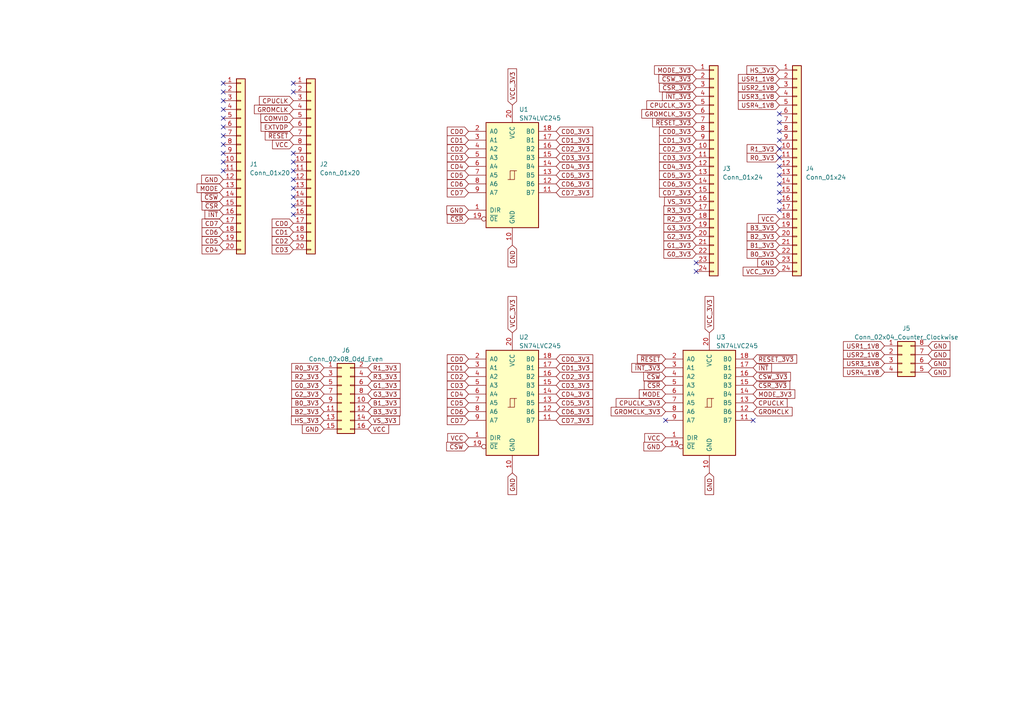
<source format=kicad_sch>
(kicad_sch (version 20230121) (generator eeschema)
  (paper "A4")
  (lib_symbols
    (symbol "Connector_Generic:Conn_01x20" (pin_names (offset 1.016) hide)
      (property "Reference" "J" (at 0 25.4 0))
      (property "Value" "Conn_01x20" (at 0 -27.94 0))
      (symbol "Conn_01x20_1_1"
        (rectangle (start -1.27 -25.273) (end 0 -25.527) (stroke (width 0.1524)))
        (rectangle (start -1.27 -22.733) (end 0 -22.987) (stroke (width 0.1524)))
        (rectangle (start -1.27 -20.193) (end 0 -20.447) (stroke (width 0.1524)))
        (rectangle (start -1.27 -17.653) (end 0 -17.907) (stroke (width 0.1524)))
        (rectangle (start -1.27 -15.113) (end 0 -15.367) (stroke (width 0.1524)))
        (rectangle (start -1.27 -12.573) (end 0 -12.827) (stroke (width 0.1524)))
        (rectangle (start -1.27 -10.033) (end 0 -10.287) (stroke (width 0.1524)))
        (rectangle (start -1.27 -7.493) (end 0 -7.747) (stroke (width 0.1524)))
        (rectangle (start -1.27 -4.953) (end 0 -5.207) (stroke (width 0.1524)))
        (rectangle (start -1.27 -2.413) (end 0 -2.667) (stroke (width 0.1524)))
        (rectangle (start -1.27 0.127) (end 0 -0.127) (stroke (width 0.1524)))
        (rectangle (start -1.27 2.667) (end 0 2.413) (stroke (width 0.1524)))
        (rectangle (start -1.27 5.207) (end 0 4.953) (stroke (width 0.1524)))
        (rectangle (start -1.27 7.747) (end 0 7.493) (stroke (width 0.1524)))
        (rectangle (start -1.27 10.287) (end 0 10.033) (stroke (width 0.1524)))
        (rectangle (start -1.27 12.827) (end 0 12.573) (stroke (width 0.1524)))
        (rectangle (start -1.27 15.367) (end 0 15.113) (stroke (width 0.1524)))
        (rectangle (start -1.27 17.907) (end 0 17.653) (stroke (width 0.1524)))
        (rectangle (start -1.27 20.447) (end 0 20.193) (stroke (width 0.1524)))
        (rectangle (start -1.27 22.987) (end 0 22.733) (stroke (width 0.1524)))
        (rectangle (start -1.27 24.13) (end 1.27 -26.67) (stroke (width 0.254)) (fill (type background)))
        (pin passive line (at -5.08 22.86 0) (length 3.81) (name "Pin_1") (number "1"))
        (pin passive line (at -5.08 0 0) (length 3.81) (name "Pin_10") (number "10"))
        (pin passive line (at -5.08 -2.54 0) (length 3.81) (name "Pin_11") (number "11"))
        (pin passive line (at -5.08 -5.08 0) (length 3.81) (name "Pin_12") (number "12"))
        (pin passive line (at -5.08 -7.62 0) (length 3.81) (name "Pin_13") (number "13"))
        (pin passive line (at -5.08 -10.16 0) (length 3.81) (name "Pin_14") (number "14"))
        (pin passive line (at -5.08 -12.7 0) (length 3.81) (name "Pin_15") (number "15"))
        (pin passive line (at -5.08 -15.24 0) (length 3.81) (name "Pin_16") (number "16"))
        (pin passive line (at -5.08 -17.78 0) (length 3.81) (name "Pin_17") (number "17"))
        (pin passive line (at -5.08 -20.32 0) (length 3.81) (name "Pin_18") (number "18"))
        (pin passive line (at -5.08 -22.86 0) (length 3.81) (name "Pin_19") (number "19"))
        (pin passive line (at -5.08 20.32 0) (length 3.81) (name "Pin_2") (number "2"))
        (pin passive line (at -5.08 -25.4 0) (length 3.81) (name "Pin_20") (number "20"))
        (pin passive line (at -5.08 17.78 0) (length 3.81) (name "Pin_3") (number "3"))
        (pin passive line (at -5.08 15.24 0) (length 3.81) (name "Pin_4") (number "4"))
        (pin passive line (at -5.08 12.7 0) (length 3.81) (name "Pin_5") (number "5"))
        (pin passive line (at -5.08 10.16 0) (length 3.81) (name "Pin_6") (number "6"))
        (pin passive line (at -5.08 7.62 0) (length 3.81) (name "Pin_7") (number "7"))
        (pin passive line (at -5.08 5.08 0) (length 3.81) (name "Pin_8") (number "8"))
        (pin passive line (at -5.08 2.54 0) (length 3.81) (name "Pin_9") (number "9"))
      )
    )
    (symbol "Connector_Generic:Conn_01x24" (pin_names (offset 1.016) hide)
      (property "Reference" "J" (at 0 30.48 0))
      (property "Value" "Conn_01x24" (at 0 -33.02 0))
      (symbol "Conn_01x24_1_1"
        (rectangle (start -1.27 -30.353) (end 0 -30.607) (stroke (width 0.1524)))
        (rectangle (start -1.27 -27.813) (end 0 -28.067) (stroke (width 0.1524)))
        (rectangle (start -1.27 -25.273) (end 0 -25.527) (stroke (width 0.1524)))
        (rectangle (start -1.27 -22.733) (end 0 -22.987) (stroke (width 0.1524)))
        (rectangle (start -1.27 -20.193) (end 0 -20.447) (stroke (width 0.1524)))
        (rectangle (start -1.27 -17.653) (end 0 -17.907) (stroke (width 0.1524)))
        (rectangle (start -1.27 -15.113) (end 0 -15.367) (stroke (width 0.1524)))
        (rectangle (start -1.27 -12.573) (end 0 -12.827) (stroke (width 0.1524)))
        (rectangle (start -1.27 -10.033) (end 0 -10.287) (stroke (width 0.1524)))
        (rectangle (start -1.27 -7.493) (end 0 -7.747) (stroke (width 0.1524)))
        (rectangle (start -1.27 -4.953) (end 0 -5.207) (stroke (width 0.1524)))
        (rectangle (start -1.27 -2.413) (end 0 -2.667) (stroke (width 0.1524)))
        (rectangle (start -1.27 0.127) (end 0 -0.127) (stroke (width 0.1524)))
        (rectangle (start -1.27 2.667) (end 0 2.413) (stroke (width 0.1524)))
        (rectangle (start -1.27 5.207) (end 0 4.953) (stroke (width 0.1524)))
        (rectangle (start -1.27 7.747) (end 0 7.493) (stroke (width 0.1524)))
        (rectangle (start -1.27 10.287) (end 0 10.033) (stroke (width 0.1524)))
        (rectangle (start -1.27 12.827) (end 0 12.573) (stroke (width 0.1524)))
        (rectangle (start -1.27 15.367) (end 0 15.113) (stroke (width 0.1524)))
        (rectangle (start -1.27 17.907) (end 0 17.653) (stroke (width 0.1524)))
        (rectangle (start -1.27 20.447) (end 0 20.193) (stroke (width 0.1524)))
        (rectangle (start -1.27 22.987) (end 0 22.733) (stroke (width 0.1524)))
        (rectangle (start -1.27 25.527) (end 0 25.273) (stroke (width 0.1524)))
        (rectangle (start -1.27 28.067) (end 0 27.813) (stroke (width 0.1524)))
        (rectangle (start -1.27 29.21) (end 1.27 -31.75) (stroke (width 0.254)) (fill (type background)))
        (pin passive line (at -5.08 27.94 0) (length 3.81) (name "Pin_1") (number "1"))
        (pin passive line (at -5.08 5.08 0) (length 3.81) (name "Pin_10") (number "10"))
        (pin passive line (at -5.08 2.54 0) (length 3.81) (name "Pin_11") (number "11"))
        (pin passive line (at -5.08 0 0) (length 3.81) (name "Pin_12") (number "12"))
        (pin passive line (at -5.08 -2.54 0) (length 3.81) (name "Pin_13") (number "13"))
        (pin passive line (at -5.08 -5.08 0) (length 3.81) (name "Pin_14") (number "14"))
        (pin passive line (at -5.08 -7.62 0) (length 3.81) (name "Pin_15") (number "15"))
        (pin passive line (at -5.08 -10.16 0) (length 3.81) (name "Pin_16") (number "16"))
        (pin passive line (at -5.08 -12.7 0) (length 3.81) (name "Pin_17") (number "17"))
        (pin passive line (at -5.08 -15.24 0) (length 3.81) (name "Pin_18") (number "18"))
        (pin passive line (at -5.08 -17.78 0) (length 3.81) (name "Pin_19") (number "19"))
        (pin passive line (at -5.08 25.4 0) (length 3.81) (name "Pin_2") (number "2"))
        (pin passive line (at -5.08 -20.32 0) (length 3.81) (name "Pin_20") (number "20"))
        (pin passive line (at -5.08 -22.86 0) (length 3.81) (name "Pin_21") (number "21"))
        (pin passive line (at -5.08 -25.4 0) (length 3.81) (name "Pin_22") (number "22"))
        (pin passive line (at -5.08 -27.94 0) (length 3.81) (name "Pin_23") (number "23"))
        (pin passive line (at -5.08 -30.48 0) (length 3.81) (name "Pin_24") (number "24"))
        (pin passive line (at -5.08 22.86 0) (length 3.81) (name "Pin_3") (number "3"))
        (pin passive line (at -5.08 20.32 0) (length 3.81) (name "Pin_4") (number "4"))
        (pin passive line (at -5.08 17.78 0) (length 3.81) (name "Pin_5") (number "5"))
        (pin passive line (at -5.08 15.24 0) (length 3.81) (name "Pin_6") (number "6"))
        (pin passive line (at -5.08 12.7 0) (length 3.81) (name "Pin_7") (number "7"))
        (pin passive line (at -5.08 10.16 0) (length 3.81) (name "Pin_8") (number "8"))
        (pin passive line (at -5.08 7.62 0) (length 3.81) (name "Pin_9") (number "9"))
      )
    )
    (symbol "Connector_Generic:Conn_02x04_Counter_Clockwise" (pin_names (offset 1.016) hide)
      (property "Reference" "J" (at 1.27 5.08 0))
      (property "Value" "Conn_02x04_Counter_Clockwise" (at 1.27 -7.62 0))
      (symbol "Conn_02x04_Counter_Clockwise_1_1"
        (rectangle (start -1.27 -4.953) (end 0 -5.207) (stroke (width 0.1524)))
        (rectangle (start -1.27 -2.413) (end 0 -2.667) (stroke (width 0.1524)))
        (rectangle (start -1.27 0.127) (end 0 -0.127) (stroke (width 0.1524)))
        (rectangle (start -1.27 2.667) (end 0 2.413) (stroke (width 0.1524)))
        (rectangle (start -1.27 3.81) (end 3.81 -6.35) (stroke (width 0.254)) (fill (type background)))
        (rectangle (start 3.81 -4.953) (end 2.54 -5.207) (stroke (width 0.1524)))
        (rectangle (start 3.81 -2.413) (end 2.54 -2.667) (stroke (width 0.1524)))
        (rectangle (start 3.81 0.127) (end 2.54 -0.127) (stroke (width 0.1524)))
        (rectangle (start 3.81 2.667) (end 2.54 2.413) (stroke (width 0.1524)))
        (pin passive line (at -5.08 2.54 0) (length 3.81) (name "Pin_1") (number "1"))
        (pin passive line (at -5.08 0 0) (length 3.81) (name "Pin_2") (number "2"))
        (pin passive line (at -5.08 -2.54 0) (length 3.81) (name "Pin_3") (number "3"))
        (pin passive line (at -5.08 -5.08 0) (length 3.81) (name "Pin_4") (number "4"))
        (pin passive line (at 7.62 -5.08 180) (length 3.81) (name "Pin_5") (number "5"))
        (pin passive line (at 7.62 -2.54 180) (length 3.81) (name "Pin_6") (number "6"))
        (pin passive line (at 7.62 0 180) (length 3.81) (name "Pin_7") (number "7"))
        (pin passive line (at 7.62 2.54 180) (length 3.81) (name "Pin_8") (number "8"))
      )
    )
    (symbol "Connector_Generic:Conn_02x08_Odd_Even" (pin_names (offset 1.016) hide)
      (property "Reference" "J" (at 1.27 10.16 0))
      (property "Value" "Conn_02x08_Odd_Even" (at 1.27 -12.7 0))
      (symbol "Conn_02x08_Odd_Even_1_1"
        (rectangle (start -1.27 -10.033) (end 0 -10.287) (stroke (width 0.1524)))
        (rectangle (start -1.27 -7.493) (end 0 -7.747) (stroke (width 0.1524)))
        (rectangle (start -1.27 -4.953) (end 0 -5.207) (stroke (width 0.1524)))
        (rectangle (start -1.27 -2.413) (end 0 -2.667) (stroke (width 0.1524)))
        (rectangle (start -1.27 0.127) (end 0 -0.127) (stroke (width 0.1524)))
        (rectangle (start -1.27 2.667) (end 0 2.413) (stroke (width 0.1524)))
        (rectangle (start -1.27 5.207) (end 0 4.953) (stroke (width 0.1524)))
        (rectangle (start -1.27 7.747) (end 0 7.493) (stroke (width 0.1524)))
        (rectangle (start -1.27 8.89) (end 3.81 -11.43) (stroke (width 0.254)) (fill (type background)))
        (rectangle (start 3.81 -10.033) (end 2.54 -10.287) (stroke (width 0.1524)))
        (rectangle (start 3.81 -7.493) (end 2.54 -7.747) (stroke (width 0.1524)))
        (rectangle (start 3.81 -4.953) (end 2.54 -5.207) (stroke (width 0.1524)))
        (rectangle (start 3.81 -2.413) (end 2.54 -2.667) (stroke (width 0.1524)))
        (rectangle (start 3.81 0.127) (end 2.54 -0.127) (stroke (width 0.1524)))
        (rectangle (start 3.81 2.667) (end 2.54 2.413) (stroke (width 0.1524)))
        (rectangle (start 3.81 5.207) (end 2.54 4.953) (stroke (width 0.1524)))
        (rectangle (start 3.81 7.747) (end 2.54 7.493) (stroke (width 0.1524)))
        (pin passive line (at -5.08 7.62 0) (length 3.81) (name "Pin_1") (number "1"))
        (pin passive line (at 7.62 -2.54 180) (length 3.81) (name "Pin_10") (number "10"))
        (pin passive line (at -5.08 -5.08 0) (length 3.81) (name "Pin_11") (number "11"))
        (pin passive line (at 7.62 -5.08 180) (length 3.81) (name "Pin_12") (number "12"))
        (pin passive line (at -5.08 -7.62 0) (length 3.81) (name "Pin_13") (number "13"))
        (pin passive line (at 7.62 -7.62 180) (length 3.81) (name "Pin_14") (number "14"))
        (pin passive line (at -5.08 -10.16 0) (length 3.81) (name "Pin_15") (number "15"))
        (pin passive line (at 7.62 -10.16 180) (length 3.81) (name "Pin_16") (number "16"))
        (pin passive line (at 7.62 7.62 180) (length 3.81) (name "Pin_2") (number "2"))
        (pin passive line (at -5.08 5.08 0) (length 3.81) (name "Pin_3") (number "3"))
        (pin passive line (at 7.62 5.08 180) (length 3.81) (name "Pin_4") (number "4"))
        (pin passive line (at -5.08 2.54 0) (length 3.81) (name "Pin_5") (number "5"))
        (pin passive line (at 7.62 2.54 180) (length 3.81) (name "Pin_6") (number "6"))
        (pin passive line (at -5.08 0 0) (length 3.81) (name "Pin_7") (number "7"))
        (pin passive line (at 7.62 0 180) (length 3.81) (name "Pin_8") (number "8"))
        (pin passive line (at -5.08 -2.54 0) (length 3.81) (name "Pin_9") (number "9"))
      )
    )
    (symbol "tms9118a_sym:SN74LVC245" (pin_names (offset 1.016))
      (property "Reference" "U" (at -7.62 16.51 0))
      (property "Value" "SN74LVC245" (at 7.62 16.51 0))
      (symbol "SN74LVC245_1_0"
        (polyline (pts (xy -0.635 -1.27) (xy -0.635 1.27) (xy 0.635 1.27)))
        (polyline (pts (xy -1.27 -1.27) (xy 0.635 -1.27) (xy 0.635 1.27) (xy 1.27 1.27)))
        (pin input line (at -12.7 -10.16 0) (length 5.08) (name "DIR") (number "1"))
        (pin power_in line (at 0 -20.32 90) (length 5.08) (name "GND") (number "10"))
        (pin tri_state line (at 12.7 -5.08 180) (length 5.08) (name "B7") (number "11"))
        (pin tri_state line (at 12.7 -2.54 180) (length 5.08) (name "B6") (number "12"))
        (pin tri_state line (at 12.7 0 180) (length 5.08) (name "B5") (number "13"))
        (pin tri_state line (at 12.7 2.54 180) (length 5.08) (name "B4") (number "14"))
        (pin tri_state line (at 12.7 5.08 180) (length 5.08) (name "B3") (number "15"))
        (pin tri_state line (at 12.7 7.62 180) (length 5.08) (name "B2") (number "16"))
        (pin tri_state line (at 12.7 10.16 180) (length 5.08) (name "B1") (number "17"))
        (pin tri_state line (at 12.7 12.7 180) (length 5.08) (name "B0") (number "18"))
        (pin input inverted (at -12.7 -12.7 0) (length 5.08) (name "~{0E}") (number "19"))
        (pin tri_state line (at -12.7 12.7 0) (length 5.08) (name "A0") (number "2"))
        (pin power_in line (at 0 20.32 270) (length 5.08) (name "VCC") (number "20"))
        (pin tri_state line (at -12.7 10.16 0) (length 5.08) (name "A1") (number "3"))
        (pin tri_state line (at -12.7 7.62 0) (length 5.08) (name "A2") (number "4"))
        (pin tri_state line (at -12.7 5.08 0) (length 5.08) (name "A3") (number "5"))
        (pin tri_state line (at -12.7 2.54 0) (length 5.08) (name "A4") (number "6"))
        (pin tri_state line (at -12.7 0 0) (length 5.08) (name "A5") (number "7"))
        (pin tri_state line (at -12.7 -2.54 0) (length 5.08) (name "A6") (number "8"))
        (pin tri_state line (at -12.7 -5.08 0) (length 5.08) (name "A7") (number "9"))
      )
      (symbol "SN74LVC245_1_1"
        (rectangle (start -7.62 15.24) (end 7.62 -15.24) (stroke (width 0.254)) (fill (type background)))
      )
    )
  )
  (no_connect (at 218.44 121.92))
  (no_connect (at 64.77 46.99))
  (no_connect (at 85.09 26.67))
  (no_connect (at 85.09 49.53))
  (no_connect (at 226.06 43.18))
  (no_connect (at 64.77 29.21))
  (no_connect (at 85.09 59.69))
  (no_connect (at 85.09 54.61))
  (no_connect (at 193.04 121.92))
  (no_connect (at 85.09 24.13))
  (no_connect (at 226.06 35.56))
  (no_connect (at 64.77 36.83))
  (no_connect (at 226.06 55.88))
  (no_connect (at 226.06 38.1))
  (no_connect (at 226.06 48.26))
  (no_connect (at 64.77 39.37))
  (no_connect (at 64.77 26.67))
  (no_connect (at 226.06 58.42))
  (no_connect (at 226.06 50.8))
  (no_connect (at 64.77 41.91))
  (no_connect (at 226.06 33.02))
  (no_connect (at 85.09 52.07))
  (no_connect (at 201.93 78.74))
  (no_connect (at 226.06 53.34))
  (no_connect (at 85.09 46.99))
  (no_connect (at 226.06 45.72))
  (no_connect (at 64.77 31.75))
  (no_connect (at 64.77 34.29))
  (no_connect (at 64.77 44.45))
  (no_connect (at 85.09 44.45))
  (no_connect (at 64.77 49.53))
  (no_connect (at 85.09 57.15))
  (no_connect (at 226.06 60.96))
  (no_connect (at 85.09 62.23))
  (no_connect (at 64.77 24.13))
  (no_connect (at 201.93 76.2))
  (no_connect (at 226.06 40.64))
  (global_label "CD6" (shape input) (at 135.89 119.38 180) (property "Intersheetrefs" "${INTERSHEET_REFS}" (effects hide)))
  (global_label "CD5" (shape input) (at 135.89 116.84 180) (property "Intersheetrefs" "${INTERSHEET_REFS}" (effects hide)))
  (global_label "CD7" (shape input) (at 135.89 55.88 180) (property "Intersheetrefs" "${INTERSHEET_REFS}" (effects hide)))
  (global_label "CPUCLK_3V3" (shape input) (at 193.04 116.84 180) (property "Intersheetrefs" "${INTERSHEET_REFS}" (effects hide)))
  (global_label "B1_3V3" (shape input) (at 226.06 71.12 180) (property "Intersheetrefs" "${INTERSHEET_REFS}" (effects hide)))
  (global_label "~{RESET_3V3}" (shape input) (at 201.93 35.56 180) (property "Intersheetrefs" "${INTERSHEET_REFS}" (effects hide)))
  (global_label "GND" (shape input) (at 148.59 137.16 270) (property "Intersheetrefs" "${INTERSHEET_REFS}" (effects hide)))
  (global_label "VCC_3V3" (shape input) (at 148.59 96.52 90) (property "Intersheetrefs" "${INTERSHEET_REFS}" (effects hide)))
  (global_label "B2_3V3" (shape input) (at 93.98 119.38 180) (property "Intersheetrefs" "${INTERSHEET_REFS}" (effects hide)))
  (global_label "G0_3V3" (shape input) (at 201.93 73.66 180) (property "Intersheetrefs" "${INTERSHEET_REFS}" (effects hide)))
  (global_label "CD6_3V3" (shape input) (at 161.29 53.34 0) (property "Intersheetrefs" "${INTERSHEET_REFS}" (effects hide)))
  (global_label "GROMCLK_3V3" (shape input) (at 201.93 33.02 180) (property "Intersheetrefs" "${INTERSHEET_REFS}" (effects hide)))
  (global_label "VCC_3V3" (shape input) (at 226.06 78.74 180) (property "Intersheetrefs" "${INTERSHEET_REFS}" (effects hide)))
  (global_label "GND" (shape input) (at 193.04 129.54 180) (property "Intersheetrefs" "${INTERSHEET_REFS}" (effects hide)))
  (global_label "GND" (shape input) (at 64.77 52.07 180) (property "Intersheetrefs" "${INTERSHEET_REFS}" (effects hide)))
  (global_label "GND" (shape input) (at 269.24 105.41 0) (property "Intersheetrefs" "${INTERSHEET_REFS}" (effects hide)))
  (global_label "~{CSR}" (shape input) (at 193.04 111.76 180) (property "Intersheetrefs" "${INTERSHEET_REFS}" (effects hide)))
  (global_label "GND" (shape input) (at 148.59 71.12 270) (property "Intersheetrefs" "${INTERSHEET_REFS}" (effects hide)))
  (global_label "CD7_3V3" (shape input) (at 201.93 55.88 180) (property "Intersheetrefs" "${INTERSHEET_REFS}" (effects hide)))
  (global_label "B0_3V3" (shape input) (at 226.06 73.66 180) (property "Intersheetrefs" "${INTERSHEET_REFS}" (effects hide)))
  (global_label "CD4" (shape input) (at 135.89 48.26 180) (property "Intersheetrefs" "${INTERSHEET_REFS}" (effects hide)))
  (global_label "~{CSW}" (shape input) (at 64.77 57.15 180) (property "Intersheetrefs" "${INTERSHEET_REFS}" (effects hide)))
  (global_label "R1_3V3" (shape input) (at 106.68 106.68 0) (property "Intersheetrefs" "${INTERSHEET_REFS}" (effects hide)))
  (global_label "GROMCLK" (shape input) (at 218.44 119.38 0) (property "Intersheetrefs" "${INTERSHEET_REFS}" (effects hide)))
  (global_label "~{CSR}" (shape input) (at 64.77 59.69 180) (property "Intersheetrefs" "${INTERSHEET_REFS}" (effects hide)))
  (global_label "CD2" (shape input) (at 135.89 43.18 180) (property "Intersheetrefs" "${INTERSHEET_REFS}" (effects hide)))
  (global_label "CD0_3V3" (shape input) (at 201.93 38.1 180) (property "Intersheetrefs" "${INTERSHEET_REFS}" (effects hide)))
  (global_label "~{CSR}" (shape input) (at 135.89 63.5 180) (property "Intersheetrefs" "${INTERSHEET_REFS}" (effects hide)))
  (global_label "VCC_3V3" (shape input) (at 148.59 30.48 90) (property "Intersheetrefs" "${INTERSHEET_REFS}" (effects hide)))
  (global_label "CPUCLK_3V3" (shape input) (at 201.93 30.48 180) (property "Intersheetrefs" "${INTERSHEET_REFS}" (effects hide)))
  (global_label "VCC" (shape input) (at 226.06 63.5 180) (property "Intersheetrefs" "${INTERSHEET_REFS}" (effects hide)))
  (global_label "CD1_3V3" (shape input) (at 161.29 106.68 0) (property "Intersheetrefs" "${INTERSHEET_REFS}" (effects hide)))
  (global_label "CD0_3V3" (shape input) (at 161.29 104.14 0) (property "Intersheetrefs" "${INTERSHEET_REFS}" (effects hide)))
  (global_label "R1_3V3" (shape input) (at 226.06 43.18 180) (property "Intersheetrefs" "${INTERSHEET_REFS}" (effects hide)))
  (global_label "USR1_1V8" (shape input) (at 256.54 100.33 180) (property "Intersheetrefs" "${INTERSHEET_REFS}" (effects hide)))
  (global_label "MODE" (shape input) (at 64.77 54.61 180) (property "Intersheetrefs" "${INTERSHEET_REFS}" (effects hide)))
  (global_label "R2_3V3" (shape input) (at 201.93 63.5 180) (property "Intersheetrefs" "${INTERSHEET_REFS}" (effects hide)))
  (global_label "CD0" (shape input) (at 135.89 38.1 180) (property "Intersheetrefs" "${INTERSHEET_REFS}" (effects hide)))
  (global_label "~{CSR_3V3}" (shape input) (at 201.93 25.4 180) (property "Intersheetrefs" "${INTERSHEET_REFS}" (effects hide)))
  (global_label "~{CSW}" (shape input) (at 135.89 129.54 180) (property "Intersheetrefs" "${INTERSHEET_REFS}" (effects hide)))
  (global_label "CD3" (shape input) (at 135.89 111.76 180) (property "Intersheetrefs" "${INTERSHEET_REFS}" (effects hide)))
  (global_label "GND" (shape input) (at 205.74 137.16 270) (property "Intersheetrefs" "${INTERSHEET_REFS}" (effects hide)))
  (global_label "GND" (shape input) (at 226.06 76.2 180) (property "Intersheetrefs" "${INTERSHEET_REFS}" (effects hide)))
  (global_label "GROMCLK" (shape input) (at 85.09 31.75 180) (property "Intersheetrefs" "${INTERSHEET_REFS}" (effects hide)))
  (global_label "CD3_3V3" (shape input) (at 201.93 45.72 180) (property "Intersheetrefs" "${INTERSHEET_REFS}" (effects hide)))
  (global_label "G3_3V3" (shape input) (at 106.68 114.3 0) (property "Intersheetrefs" "${INTERSHEET_REFS}" (effects hide)))
  (global_label "CD0" (shape input) (at 135.89 104.14 180) (property "Intersheetrefs" "${INTERSHEET_REFS}" (effects hide)))
  (global_label "CD2" (shape input) (at 85.09 69.85 180) (property "Intersheetrefs" "${INTERSHEET_REFS}" (effects hide)))
  (global_label "CD3_3V3" (shape input) (at 161.29 45.72 0) (property "Intersheetrefs" "${INTERSHEET_REFS}" (effects hide)))
  (global_label "B3_3V3" (shape input) (at 226.06 66.04 180) (property "Intersheetrefs" "${INTERSHEET_REFS}" (effects hide)))
  (global_label "VCC" (shape input) (at 193.04 127 180) (property "Intersheetrefs" "${INTERSHEET_REFS}" (effects hide)))
  (global_label "GND" (shape input) (at 269.24 100.33 0) (property "Intersheetrefs" "${INTERSHEET_REFS}" (effects hide)))
  (global_label "~{INT}" (shape input) (at 64.77 62.23 180) (property "Intersheetrefs" "${INTERSHEET_REFS}" (effects hide)))
  (global_label "CD5" (shape input) (at 64.77 69.85 180) (property "Intersheetrefs" "${INTERSHEET_REFS}" (effects hide)))
  (global_label "CD7" (shape input) (at 64.77 64.77 180) (property "Intersheetrefs" "${INTERSHEET_REFS}" (effects hide)))
  (global_label "VCC" (shape input) (at 85.09 41.91 180) (property "Intersheetrefs" "${INTERSHEET_REFS}" (effects hide)))
  (global_label "CD3" (shape input) (at 135.89 45.72 180) (property "Intersheetrefs" "${INTERSHEET_REFS}" (effects hide)))
  (global_label "CD7" (shape input) (at 135.89 121.92 180) (property "Intersheetrefs" "${INTERSHEET_REFS}" (effects hide)))
  (global_label "~{INT}" (shape input) (at 218.44 106.68 0) (property "Intersheetrefs" "${INTERSHEET_REFS}" (effects hide)))
  (global_label "CD6" (shape input) (at 64.77 67.31 180) (property "Intersheetrefs" "${INTERSHEET_REFS}" (effects hide)))
  (global_label "USR3_1V8" (shape input) (at 226.06 27.94 180) (property "Intersheetrefs" "${INTERSHEET_REFS}" (effects hide)))
  (global_label "CD5" (shape input) (at 135.89 50.8 180) (property "Intersheetrefs" "${INTERSHEET_REFS}" (effects hide)))
  (global_label "CD4" (shape input) (at 135.89 114.3 180) (property "Intersheetrefs" "${INTERSHEET_REFS}" (effects hide)))
  (global_label "VCC" (shape input) (at 135.89 127 180) (property "Intersheetrefs" "${INTERSHEET_REFS}" (effects hide)))
  (global_label "G1_3V3" (shape input) (at 106.68 111.76 0) (property "Intersheetrefs" "${INTERSHEET_REFS}" (effects hide)))
  (global_label "R0_3V3" (shape input) (at 93.98 106.68 180) (property "Intersheetrefs" "${INTERSHEET_REFS}" (effects hide)))
  (global_label "CD1_3V3" (shape input) (at 161.29 40.64 0) (property "Intersheetrefs" "${INTERSHEET_REFS}" (effects hide)))
  (global_label "CD4_3V3" (shape input) (at 161.29 114.3 0) (property "Intersheetrefs" "${INTERSHEET_REFS}" (effects hide)))
  (global_label "CD3_3V3" (shape input) (at 161.29 111.76 0) (property "Intersheetrefs" "${INTERSHEET_REFS}" (effects hide)))
  (global_label "G2_3V3" (shape input) (at 201.93 68.58 180) (property "Intersheetrefs" "${INTERSHEET_REFS}" (effects hide)))
  (global_label "CD2" (shape input) (at 135.89 109.22 180) (property "Intersheetrefs" "${INTERSHEET_REFS}" (effects hide)))
  (global_label "VCC_3V3" (shape input) (at 205.74 96.52 90) (property "Intersheetrefs" "${INTERSHEET_REFS}" (effects hide)))
  (global_label "CD1_3V3" (shape input) (at 201.93 40.64 180) (property "Intersheetrefs" "${INTERSHEET_REFS}" (effects hide)))
  (global_label "B3_3V3" (shape input) (at 106.68 119.38 0) (property "Intersheetrefs" "${INTERSHEET_REFS}" (effects hide)))
  (global_label "B1_3V3" (shape input) (at 106.68 116.84 0) (property "Intersheetrefs" "${INTERSHEET_REFS}" (effects hide)))
  (global_label "GND" (shape input) (at 93.98 124.46 180) (property "Intersheetrefs" "${INTERSHEET_REFS}" (effects hide)))
  (global_label "GROMCLK_3V3" (shape input) (at 193.04 119.38 180) (property "Intersheetrefs" "${INTERSHEET_REFS}" (effects hide)))
  (global_label "CD0_3V3" (shape input) (at 161.29 38.1 0) (property "Intersheetrefs" "${INTERSHEET_REFS}" (effects hide)))
  (global_label "CD5_3V3" (shape input) (at 161.29 50.8 0) (property "Intersheetrefs" "${INTERSHEET_REFS}" (effects hide)))
  (global_label "COMVID" (shape input) (at 85.09 34.29 180) (property "Intersheetrefs" "${INTERSHEET_REFS}" (effects hide)))
  (global_label "CD6_3V3" (shape input) (at 161.29 119.38 0) (property "Intersheetrefs" "${INTERSHEET_REFS}" (effects hide)))
  (global_label "USR4_1V8" (shape input) (at 226.06 30.48 180) (property "Intersheetrefs" "${INTERSHEET_REFS}" (effects hide)))
  (global_label "R0_3V3" (shape input) (at 226.06 45.72 180) (property "Intersheetrefs" "${INTERSHEET_REFS}" (effects hide)))
  (global_label "GND" (shape input) (at 135.89 60.96 180) (property "Intersheetrefs" "${INTERSHEET_REFS}" (effects hide)))
  (global_label "MODE_3V3" (shape input) (at 201.93 20.32 180) (property "Intersheetrefs" "${INTERSHEET_REFS}" (effects hide)))
  (global_label "GND" (shape input) (at 269.24 107.95 0) (property "Intersheetrefs" "${INTERSHEET_REFS}" (effects hide)))
  (global_label "G0_3V3" (shape input) (at 93.98 111.76 180) (property "Intersheetrefs" "${INTERSHEET_REFS}" (effects hide)))
  (global_label "CD7_3V3" (shape input) (at 161.29 121.92 0) (property "Intersheetrefs" "${INTERSHEET_REFS}" (effects hide)))
  (global_label "CD3" (shape input) (at 85.09 72.39 180) (property "Intersheetrefs" "${INTERSHEET_REFS}" (effects hide)))
  (global_label "~{RESET}" (shape input) (at 85.09 39.37 180) (property "Intersheetrefs" "${INTERSHEET_REFS}" (effects hide)))
  (global_label "B2_3V3" (shape input) (at 226.06 68.58 180) (property "Intersheetrefs" "${INTERSHEET_REFS}" (effects hide)))
  (global_label "~{RESET}" (shape input) (at 193.04 104.14 180) (property "Intersheetrefs" "${INTERSHEET_REFS}" (effects hide)))
  (global_label "CD6" (shape input) (at 135.89 53.34 180) (property "Intersheetrefs" "${INTERSHEET_REFS}" (effects hide)))
  (global_label "CD4_3V3" (shape input) (at 201.93 48.26 180) (property "Intersheetrefs" "${INTERSHEET_REFS}" (effects hide)))
  (global_label "~{CSW}" (shape input) (at 193.04 109.22 180) (property "Intersheetrefs" "${INTERSHEET_REFS}" (effects hide)))
  (global_label "G2_3V3" (shape input) (at 93.98 114.3 180) (property "Intersheetrefs" "${INTERSHEET_REFS}" (effects hide)))
  (global_label "EXTVDP" (shape input) (at 85.09 36.83 180) (property "Intersheetrefs" "${INTERSHEET_REFS}" (effects hide)))
  (global_label "CPUCLK" (shape input) (at 85.09 29.21 180) (property "Intersheetrefs" "${INTERSHEET_REFS}" (effects hide)))
  (global_label "CD2_3V3" (shape input) (at 161.29 43.18 0) (property "Intersheetrefs" "${INTERSHEET_REFS}" (effects hide)))
  (global_label "USR3_1V8" (shape input) (at 256.54 105.41 180) (property "Intersheetrefs" "${INTERSHEET_REFS}" (effects hide)))
  (global_label "VS_3V3" (shape input) (at 106.68 121.92 0) (property "Intersheetrefs" "${INTERSHEET_REFS}" (effects hide)))
  (global_label "G1_3V3" (shape input) (at 201.93 71.12 180) (property "Intersheetrefs" "${INTERSHEET_REFS}" (effects hide)))
  (global_label "CD1" (shape input) (at 135.89 106.68 180) (property "Intersheetrefs" "${INTERSHEET_REFS}" (effects hide)))
  (global_label "USR1_1V8" (shape input) (at 226.06 22.86 180) (property "Intersheetrefs" "${INTERSHEET_REFS}" (effects hide)))
  (global_label "CD1" (shape input) (at 135.89 40.64 180) (property "Intersheetrefs" "${INTERSHEET_REFS}" (effects hide)))
  (global_label "~{CSW_3V3}" (shape input) (at 201.93 22.86 180) (property "Intersheetrefs" "${INTERSHEET_REFS}" (effects hide)))
  (global_label "CD7_3V3" (shape input) (at 161.29 55.88 0) (property "Intersheetrefs" "${INTERSHEET_REFS}" (effects hide)))
  (global_label "MODE" (shape input) (at 193.04 114.3 180) (property "Intersheetrefs" "${INTERSHEET_REFS}" (effects hide)))
  (global_label "CD4_3V3" (shape input) (at 161.29 48.26 0) (property "Intersheetrefs" "${INTERSHEET_REFS}" (effects hide)))
  (global_label "R3_3V3" (shape input) (at 106.68 109.22 0) (property "Intersheetrefs" "${INTERSHEET_REFS}" (effects hide)))
  (global_label "CD5_3V3" (shape input) (at 161.29 116.84 0) (property "Intersheetrefs" "${INTERSHEET_REFS}" (effects hide)))
  (global_label "CD2_3V3" (shape input) (at 201.93 43.18 180) (property "Intersheetrefs" "${INTERSHEET_REFS}" (effects hide)))
  (global_label "CD1" (shape input) (at 85.09 67.31 180) (property "Intersheetrefs" "${INTERSHEET_REFS}" (effects hide)))
  (global_label "CD4" (shape input) (at 64.77 72.39 180) (property "Intersheetrefs" "${INTERSHEET_REFS}" (effects hide)))
  (global_label "VS_3V3" (shape input) (at 201.93 58.42 180) (property "Intersheetrefs" "${INTERSHEET_REFS}" (effects hide)))
  (global_label "CD6_3V3" (shape input) (at 201.93 53.34 180) (property "Intersheetrefs" "${INTERSHEET_REFS}" (effects hide)))
  (global_label "CPUCLK" (shape input) (at 218.44 116.84 0) (property "Intersheetrefs" "${INTERSHEET_REFS}" (effects hide)))
  (global_label "USR2_1V8" (shape input) (at 226.06 25.4 180) (property "Intersheetrefs" "${INTERSHEET_REFS}" (effects hide)))
  (global_label "MODE_3V3" (shape input) (at 218.44 114.3 0) (property "Intersheetrefs" "${INTERSHEET_REFS}" (effects hide)))
  (global_label "CD0" (shape input) (at 85.09 64.77 180) (property "Intersheetrefs" "${INTERSHEET_REFS}" (effects hide)))
  (global_label "R2_3V3" (shape input) (at 93.98 109.22 180) (property "Intersheetrefs" "${INTERSHEET_REFS}" (effects hide)))
  (global_label "CD5_3V3" (shape input) (at 201.93 50.8 180) (property "Intersheetrefs" "${INTERSHEET_REFS}" (effects hide)))
  (global_label "~{CSW_3V3}" (shape input) (at 218.44 109.22 0) (property "Intersheetrefs" "${INTERSHEET_REFS}" (effects hide)))
  (global_label "USR2_1V8" (shape input) (at 256.54 102.87 180) (property "Intersheetrefs" "${INTERSHEET_REFS}" (effects hide)))
  (global_label "HS_3V3" (shape input) (at 93.98 121.92 180) (property "Intersheetrefs" "${INTERSHEET_REFS}" (effects hide)))
  (global_label "~{INT_3V3}" (shape input) (at 193.04 106.68 180) (property "Intersheetrefs" "${INTERSHEET_REFS}" (effects hide)))
  (global_label "G3_3V3" (shape input) (at 201.93 66.04 180) (property "Intersheetrefs" "${INTERSHEET_REFS}" (effects hide)))
  (global_label "VCC" (shape input) (at 106.68 124.46 0) (property "Intersheetrefs" "${INTERSHEET_REFS}" (effects hide)))
  (global_label "~{CSR_3V3}" (shape input) (at 218.44 111.76 0) (property "Intersheetrefs" "${INTERSHEET_REFS}" (effects hide)))
  (global_label "~{RESET_3V3}" (shape input) (at 218.44 104.14 0) (property "Intersheetrefs" "${INTERSHEET_REFS}" (effects hide)))
  (global_label "HS_3V3" (shape input) (at 226.06 20.32 180) (property "Intersheetrefs" "${INTERSHEET_REFS}" (effects hide)))
  (global_label "B0_3V3" (shape input) (at 93.98 116.84 180) (property "Intersheetrefs" "${INTERSHEET_REFS}" (effects hide)))
  (global_label "R3_3V3" (shape input) (at 201.93 60.96 180) (property "Intersheetrefs" "${INTERSHEET_REFS}" (effects hide)))
  (global_label "USR4_1V8" (shape input) (at 256.54 107.95 180) (property "Intersheetrefs" "${INTERSHEET_REFS}" (effects hide)))
  (global_label "CD2_3V3" (shape input) (at 161.29 109.22 0) (property "Intersheetrefs" "${INTERSHEET_REFS}" (effects hide)))
  (global_label "~{INT_3V3}" (shape input) (at 201.93 27.94 180) (property "Intersheetrefs" "${INTERSHEET_REFS}" (effects hide)))
  (global_label "GND" (shape input) (at 269.24 102.87 0) (property "Intersheetrefs" "${INTERSHEET_REFS}" (effects hide)))
  (symbol (lib_id "Connector_Generic:Conn_01x20") (at 69.85 46.99 0) (unit 1)
    (property "Reference" "J1" (at 72.39 47.625 0) (effects (justify left)))
    (property "Value" "Conn_01x20" (at 72.39 50.165 0) (effects (justify left)))
    (property "Footprint" "Connector_PinHeader_2.54mm:PinHeader_1x20_P2.54mm_Vertical" (effects hide))
  )
  (symbol (lib_id "tms9118a_sym:SN74LVC245") (at 205.74 116.84 0) (unit 1)
    (property "Reference" "U3" (at 207.6959 97.79 0) (effects (justify left)))
    (property "Value" "SN74LVC245" (at 207.6959 100.33 0) (effects (justify left)))
    (property "Footprint" "Package_DIP:DIP-20_W7.62mm_Socket_LongPads" (effects hide))
  )
  (symbol (lib_id "Connector_Generic:Conn_02x04_Counter_Clockwise") (at 261.62 102.87 0) (unit 1)
    (property "Reference" "J5" (at 262.89 95.25 0))
    (property "Value" "Conn_02x04_Counter_Clockwise" (at 262.89 97.79 0))
    (property "Footprint" "Button_Switch_THT:SW_DIP_SPSTx04_Slide_6.7x11.72mm_W7.62mm_P2.54mm_LowProfile" (effects hide))
  )
  (symbol (lib_id "Connector_Generic:Conn_01x24") (at 207.01 48.26 0) (unit 1)
    (property "Reference" "J3" (at 209.55 48.895 0) (effects (justify left)))
    (property "Value" "Conn_01x24" (at 209.55 51.435 0) (effects (justify left)))
    (property "Footprint" "Connector_PinSocket_2.54mm:PinSocket_1x24_P2.54mm_Vertical" (effects hide))
  )
  (symbol (lib_id "Connector_Generic:Conn_02x08_Odd_Even") (at 99.06 114.3 0) (unit 1)
    (property "Reference" "J6" (at 100.33 101.6 0))
    (property "Value" "Conn_02x08_Odd_Even" (at 100.33 104.14 0))
    (property "Footprint" "Connector_PinHeader_2.54mm:PinHeader_2x08_P2.54mm_Horizontal" (effects hide))
  )
  (symbol (lib_id "Connector_Generic:Conn_01x20") (at 90.17 46.99 0) (unit 1)
    (property "Reference" "J2" (at 92.71 47.625 0) (effects (justify left)))
    (property "Value" "Conn_01x20" (at 92.71 50.165 0) (effects (justify left)))
    (property "Footprint" "Connector_PinHeader_2.54mm:PinHeader_1x20_P2.54mm_Vertical" (effects hide))
  )
  (symbol (lib_id "tms9118a_sym:SN74LVC245") (at 148.59 50.8 0) (unit 1)
    (property "Reference" "U1" (at 150.5459 31.75 0) (effects (justify left)))
    (property "Value" "SN74LVC245" (at 150.5459 34.29 0) (effects (justify left)))
    (property "Footprint" "Package_DIP:DIP-20_W7.62mm_Socket_LongPads" (effects hide))
  )
  (symbol (lib_id "Connector_Generic:Conn_01x24") (at 231.14 48.26 0) (unit 1)
    (property "Reference" "J4" (at 233.68 48.895 0) (effects (justify left)))
    (property "Value" "Conn_01x24" (at 233.68 51.435 0) (effects (justify left)))
    (property "Footprint" "Connector_PinSocket_2.54mm:PinSocket_1x24_P2.54mm_Vertical" (effects hide))
  )
  (symbol (lib_id "tms9118a_sym:SN74LVC245") (at 148.59 116.84 0) (unit 1)
    (property "Reference" "U2" (at 150.5459 97.79 0) (effects (justify left)))
    (property "Value" "SN74LVC245" (at 150.5459 100.33 0) (effects (justify left)))
    (property "Footprint" "Package_DIP:DIP-20_W7.62mm_Socket_LongPads" (effects hide))
  )
)
</source>
